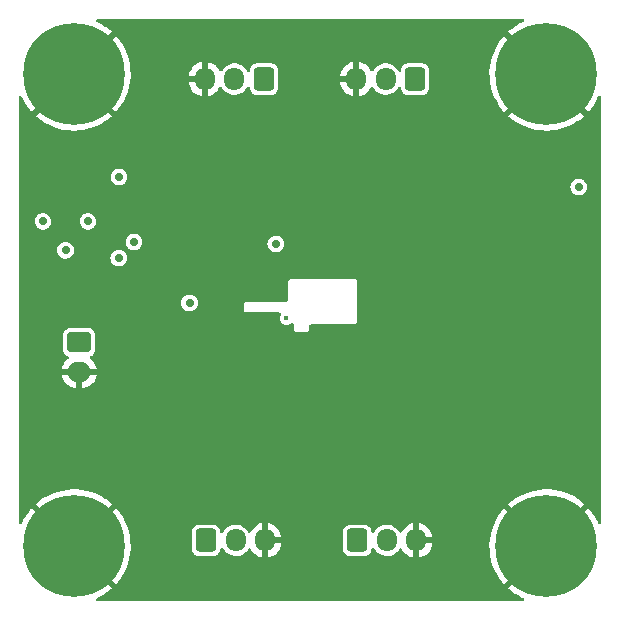
<source format=gbr>
%TF.GenerationSoftware,KiCad,Pcbnew,(6.0.7)*%
%TF.CreationDate,2023-02-10T17:06:25+01:00*%
%TF.ProjectId,STM32L0_ESP32_Breakout_Board,53544d33-324c-4305-9f45-535033325f42,rev?*%
%TF.SameCoordinates,Original*%
%TF.FileFunction,Copper,L4,Bot*%
%TF.FilePolarity,Positive*%
%FSLAX46Y46*%
G04 Gerber Fmt 4.6, Leading zero omitted, Abs format (unit mm)*
G04 Created by KiCad (PCBNEW (6.0.7)) date 2023-02-10 17:06:25*
%MOMM*%
%LPD*%
G01*
G04 APERTURE LIST*
G04 Aperture macros list*
%AMRoundRect*
0 Rectangle with rounded corners*
0 $1 Rounding radius*
0 $2 $3 $4 $5 $6 $7 $8 $9 X,Y pos of 4 corners*
0 Add a 4 corners polygon primitive as box body*
4,1,4,$2,$3,$4,$5,$6,$7,$8,$9,$2,$3,0*
0 Add four circle primitives for the rounded corners*
1,1,$1+$1,$2,$3*
1,1,$1+$1,$4,$5*
1,1,$1+$1,$6,$7*
1,1,$1+$1,$8,$9*
0 Add four rect primitives between the rounded corners*
20,1,$1+$1,$2,$3,$4,$5,0*
20,1,$1+$1,$4,$5,$6,$7,0*
20,1,$1+$1,$6,$7,$8,$9,0*
20,1,$1+$1,$8,$9,$2,$3,0*%
G04 Aperture macros list end*
%TA.AperFunction,ComponentPad*%
%ADD10C,0.900000*%
%TD*%
%TA.AperFunction,ComponentPad*%
%ADD11C,8.600000*%
%TD*%
%TA.AperFunction,ComponentPad*%
%ADD12RoundRect,0.250000X0.600000X0.725000X-0.600000X0.725000X-0.600000X-0.725000X0.600000X-0.725000X0*%
%TD*%
%TA.AperFunction,ComponentPad*%
%ADD13O,1.700000X1.950000*%
%TD*%
%TA.AperFunction,ComponentPad*%
%ADD14RoundRect,0.250000X-0.750000X0.600000X-0.750000X-0.600000X0.750000X-0.600000X0.750000X0.600000X0*%
%TD*%
%TA.AperFunction,ComponentPad*%
%ADD15O,2.000000X1.700000*%
%TD*%
%TA.AperFunction,ComponentPad*%
%ADD16RoundRect,0.250000X-0.600000X-0.725000X0.600000X-0.725000X0.600000X0.725000X-0.600000X0.725000X0*%
%TD*%
%TA.AperFunction,ViaPad*%
%ADD17C,0.450000*%
%TD*%
%TA.AperFunction,ViaPad*%
%ADD18C,0.700000*%
%TD*%
G04 APERTURE END LIST*
D10*
%TO.P,H4,1,1*%
%TO.N,GND*%
X117280419Y-116719581D03*
X115000000Y-115775000D03*
X111775000Y-119000000D03*
X112719581Y-116719581D03*
X118225000Y-119000000D03*
X115000000Y-122225000D03*
X112719581Y-121280419D03*
X117280419Y-121280419D03*
D11*
X115000000Y-119000000D03*
%TD*%
D12*
%TO.P,J3,1,Pin_1*%
%TO.N,+3.3V*%
X131100000Y-79450000D03*
D13*
%TO.P,J3,2,Pin_2*%
%TO.N,PWM*%
X128600000Y-79450000D03*
%TO.P,J3,3,Pin_3*%
%TO.N,GND*%
X126100000Y-79450000D03*
%TD*%
D12*
%TO.P,J4,1,Pin_1*%
%TO.N,+3.3V*%
X143900000Y-79450000D03*
D13*
%TO.P,J4,2,Pin_2*%
%TO.N,ADC*%
X141400000Y-79450000D03*
%TO.P,J4,3,Pin_3*%
%TO.N,GND*%
X138900000Y-79450000D03*
%TD*%
D10*
%TO.P,H1,1,1*%
%TO.N,GND*%
X118225000Y-79000000D03*
X117280419Y-76719581D03*
X115000000Y-82225000D03*
X112719581Y-81280419D03*
X115000000Y-75775000D03*
X117280419Y-81280419D03*
X112719581Y-76719581D03*
D11*
X115000000Y-79000000D03*
D10*
X111775000Y-79000000D03*
%TD*%
D11*
%TO.P,H3,1,1*%
%TO.N,GND*%
X155000000Y-119000000D03*
D10*
X155000000Y-122225000D03*
X151775000Y-119000000D03*
X152719581Y-121280419D03*
X158225000Y-119000000D03*
X155000000Y-115775000D03*
X152719581Y-116719581D03*
X157280419Y-121280419D03*
X157280419Y-116719581D03*
%TD*%
%TO.P,H2,1,1*%
%TO.N,GND*%
X152719581Y-81280419D03*
X157280419Y-76719581D03*
X158225000Y-79000000D03*
X157280419Y-81280419D03*
X152719581Y-76719581D03*
X151775000Y-79000000D03*
X155000000Y-82225000D03*
D11*
X155000000Y-79000000D03*
D10*
X155000000Y-75775000D03*
%TD*%
D14*
%TO.P,J1,1,Pin_1*%
%TO.N,VCC*%
X115450000Y-101750000D03*
D15*
%TO.P,J1,2,Pin_2*%
%TO.N,GND*%
X115450000Y-104250000D03*
%TD*%
D16*
%TO.P,J5,1,Pin_1*%
%TO.N,Prog_RX*%
X139000000Y-118500000D03*
D13*
%TO.P,J5,2,Pin_2*%
%TO.N,Prog_TX*%
X141500000Y-118500000D03*
%TO.P,J5,3,Pin_3*%
%TO.N,GND*%
X144000000Y-118500000D03*
%TD*%
D16*
%TO.P,J2,1,Pin_1*%
%TO.N,SWDIO*%
X126200000Y-118500000D03*
D13*
%TO.P,J2,2,Pin_2*%
%TO.N,SWDCLK*%
X128700000Y-118500000D03*
%TO.P,J2,3,Pin_3*%
%TO.N,GND*%
X131200000Y-118500000D03*
%TD*%
D17*
%TO.N,GND*%
X122000000Y-91000000D03*
X149500000Y-96000000D03*
X125800000Y-107600000D03*
X127400000Y-116600000D03*
X136000000Y-95000000D03*
X153500000Y-100000000D03*
X122000000Y-100000000D03*
X137000000Y-93000000D03*
X146000000Y-77000000D03*
X119000000Y-100000000D03*
D18*
X159000000Y-109400000D03*
D17*
X137000000Y-113100000D03*
X126000000Y-77000000D03*
X142000000Y-87000000D03*
X122000000Y-94000000D03*
D18*
X137960000Y-100680000D03*
D17*
X138000000Y-77000000D03*
X130200000Y-106600000D03*
D18*
X120100000Y-91700000D03*
X151800000Y-85370000D03*
D17*
X142000000Y-77000000D03*
X125000000Y-83000000D03*
X142000000Y-83000000D03*
X116000000Y-87000000D03*
X151500000Y-98000000D03*
X119000000Y-97000000D03*
D18*
X119517500Y-89035000D03*
D17*
X149000000Y-116000000D03*
X152000000Y-110000000D03*
D18*
X128600000Y-93100000D03*
D17*
X153500000Y-96000000D03*
D18*
X112200000Y-97800000D03*
D17*
X138000000Y-83000000D03*
X121000000Y-83000000D03*
X148800000Y-112700000D03*
D18*
X132200000Y-101475000D03*
D17*
X122000000Y-103000000D03*
X119000000Y-103000000D03*
D18*
X147400000Y-110900000D03*
D17*
X114000000Y-109000000D03*
D18*
X133125000Y-100575000D03*
D17*
X112000000Y-87000000D03*
D18*
X131225000Y-101475000D03*
D17*
X121000000Y-77000000D03*
D18*
X118800000Y-90500000D03*
X111300000Y-97800000D03*
D17*
X122000000Y-106000000D03*
X146000000Y-83000000D03*
X125000000Y-87000000D03*
X149500000Y-98000000D03*
D18*
X133600000Y-106500000D03*
X120517500Y-90135000D03*
D17*
X158000000Y-112000000D03*
X131800000Y-108200000D03*
X150000000Y-83000000D03*
X134000000Y-83000000D03*
D18*
X134100000Y-101475000D03*
D17*
X150000000Y-87000000D03*
X151500000Y-96000000D03*
X130000000Y-87000000D03*
X130000000Y-83000000D03*
D18*
X112000000Y-93900000D03*
D17*
X130000000Y-84900000D03*
X154600000Y-110000000D03*
X146000000Y-87000000D03*
D18*
X159000000Y-88600000D03*
D17*
X142900000Y-113100000D03*
D18*
X133125000Y-101475000D03*
D17*
X134000000Y-114900000D03*
X142900000Y-116000000D03*
X138000000Y-84900000D03*
X151500000Y-100000000D03*
X134000000Y-77000000D03*
X125900000Y-111500000D03*
X127300000Y-97300000D03*
X122000000Y-97000000D03*
X114000000Y-112000000D03*
X130000000Y-77000000D03*
X134000000Y-84900000D03*
X153500000Y-98000000D03*
X149500000Y-109800000D03*
X143300000Y-114600000D03*
D18*
X132073056Y-97325500D03*
X139700000Y-93300000D03*
D17*
X158000000Y-115000000D03*
D18*
X127800000Y-92100000D03*
D17*
X119000000Y-106000000D03*
X152000000Y-113300000D03*
X125800000Y-103000000D03*
D18*
X137400000Y-89500000D03*
D17*
X150000000Y-77000000D03*
D18*
X124800000Y-95600000D03*
D17*
X149500000Y-100000000D03*
D18*
%TO.N,+3.3V*%
X112400000Y-91500000D03*
X120100000Y-93250000D03*
X114300000Y-93950000D03*
X118800000Y-94600000D03*
X116200000Y-91500000D03*
X124800000Y-98400000D03*
X132100000Y-93400000D03*
X157750000Y-88600000D03*
D17*
X133005000Y-99700000D03*
D18*
X118817500Y-87735000D03*
%TD*%
%TA.AperFunction,Conductor*%
%TO.N,GND*%
G36*
X153094932Y-74370502D02*
G01*
X153141425Y-74424158D01*
X153151529Y-74494432D01*
X153122035Y-74559012D01*
X153079562Y-74590926D01*
X152795133Y-74722050D01*
X152790164Y-74724614D01*
X152423581Y-74934984D01*
X152418848Y-74937987D01*
X152072420Y-75180109D01*
X152067979Y-75183517D01*
X151796476Y-75411739D01*
X151788031Y-75424456D01*
X151794139Y-75434929D01*
X152193493Y-75834283D01*
X152692365Y-76333156D01*
X152719580Y-76360371D01*
X153604878Y-77245668D01*
X157280419Y-80921209D01*
X158165717Y-81806506D01*
X158562145Y-82202934D01*
X158575903Y-82210446D01*
X158585263Y-82203989D01*
X158754244Y-82011303D01*
X158757744Y-82006935D01*
X159007073Y-81665645D01*
X159010168Y-81660987D01*
X159228160Y-81298903D01*
X159230841Y-81293964D01*
X159410204Y-80925401D01*
X159457998Y-80872901D01*
X159526589Y-80854575D01*
X159594199Y-80876241D01*
X159639362Y-80931020D01*
X159649500Y-80980537D01*
X159649500Y-117028772D01*
X159629498Y-117096893D01*
X159575842Y-117143386D01*
X159505568Y-117153490D01*
X159440988Y-117123996D01*
X159407473Y-117077903D01*
X159345098Y-116930599D01*
X159342683Y-116925536D01*
X159143936Y-116552535D01*
X159141085Y-116547713D01*
X158909974Y-116193865D01*
X158906692Y-116189297D01*
X158645030Y-115857380D01*
X158641382Y-115853155D01*
X158588103Y-115796715D01*
X158574389Y-115788705D01*
X158573517Y-115788742D01*
X158565438Y-115793772D01*
X158165717Y-116193493D01*
X157280419Y-117078790D01*
X156754332Y-117604878D01*
X153604879Y-120754331D01*
X152719581Y-121639628D01*
X152193494Y-122165716D01*
X151796736Y-122562474D01*
X151789122Y-122576418D01*
X151789171Y-122577110D01*
X151794617Y-122585274D01*
X151872268Y-122657812D01*
X151876507Y-122661433D01*
X152209802Y-122921363D01*
X152214359Y-122924602D01*
X152569448Y-123153880D01*
X152574250Y-123156686D01*
X152948316Y-123353491D01*
X152953374Y-123355871D01*
X153076424Y-123407218D01*
X153131588Y-123451911D01*
X153153832Y-123519332D01*
X153136094Y-123588077D01*
X153084006Y-123636320D01*
X153027901Y-123649500D01*
X116970718Y-123649500D01*
X116902597Y-123629498D01*
X116856104Y-123575842D01*
X116846000Y-123505568D01*
X116875494Y-123440988D01*
X116920980Y-123407732D01*
X117092126Y-123334202D01*
X117097169Y-123331764D01*
X117469131Y-123131063D01*
X117473935Y-123128188D01*
X117826563Y-122895231D01*
X117831126Y-122891916D01*
X118161658Y-122628529D01*
X118165873Y-122624852D01*
X118203823Y-122588649D01*
X118211763Y-122574890D01*
X118211713Y-122573843D01*
X118206822Y-122566032D01*
X117806507Y-122165717D01*
X116921210Y-121280419D01*
X116395122Y-120754332D01*
X114641922Y-119001132D01*
X115364408Y-119001132D01*
X115364539Y-119002965D01*
X115368790Y-119009580D01*
X116754331Y-120395121D01*
X117270621Y-120911412D01*
X117280418Y-120921209D01*
X118165716Y-121806506D01*
X118562142Y-122202932D01*
X118575903Y-122210446D01*
X118585263Y-122203989D01*
X118754244Y-122011303D01*
X118757744Y-122006935D01*
X119007073Y-121665645D01*
X119010168Y-121660987D01*
X119228160Y-121298903D01*
X119230841Y-121293964D01*
X119415779Y-120913946D01*
X119418014Y-120908780D01*
X119568442Y-120513815D01*
X119570201Y-120508496D01*
X119684920Y-120101730D01*
X119686204Y-120096259D01*
X119764315Y-119680883D01*
X119765102Y-119675346D01*
X119806035Y-119254102D01*
X119806308Y-119249665D01*
X119812788Y-119002233D01*
X119812746Y-118997762D01*
X119793917Y-118574973D01*
X119793419Y-118569386D01*
X119737155Y-118150499D01*
X119736162Y-118144976D01*
X119643537Y-117735639D01*
X124999500Y-117735639D01*
X124999501Y-119264360D01*
X125000039Y-119268444D01*
X125000039Y-119268450D01*
X125013878Y-119373574D01*
X125014956Y-119381762D01*
X125075464Y-119527841D01*
X125171718Y-119653282D01*
X125297159Y-119749536D01*
X125443238Y-119810044D01*
X125451426Y-119811122D01*
X125556545Y-119824961D01*
X125560639Y-119825500D01*
X126199922Y-119825500D01*
X126839360Y-119825499D01*
X126843444Y-119824961D01*
X126843450Y-119824961D01*
X126948575Y-119811122D01*
X126948577Y-119811122D01*
X126956762Y-119810044D01*
X127102841Y-119749536D01*
X127228282Y-119653282D01*
X127324536Y-119527841D01*
X127385044Y-119381762D01*
X127400500Y-119264361D01*
X127400500Y-119244743D01*
X127420502Y-119176622D01*
X127474158Y-119130129D01*
X127544432Y-119120025D01*
X127609012Y-119149519D01*
X127639506Y-119189015D01*
X127672020Y-119254947D01*
X127675474Y-119259573D01*
X127675475Y-119259574D01*
X127774603Y-119392322D01*
X127804033Y-119431733D01*
X127859353Y-119482870D01*
X127954737Y-119571042D01*
X127966051Y-119581501D01*
X128152650Y-119699236D01*
X128357579Y-119780994D01*
X128363239Y-119782120D01*
X128363243Y-119782121D01*
X128568309Y-119822911D01*
X128568312Y-119822911D01*
X128573976Y-119824038D01*
X128579751Y-119824114D01*
X128579755Y-119824114D01*
X128690496Y-119825563D01*
X128794594Y-119826926D01*
X128806030Y-119824961D01*
X129006346Y-119790541D01*
X129006347Y-119790541D01*
X129012043Y-119789562D01*
X129219043Y-119713196D01*
X129330752Y-119646736D01*
X129403694Y-119603340D01*
X129403695Y-119603339D01*
X129408659Y-119600386D01*
X129574543Y-119454910D01*
X129711137Y-119281640D01*
X129749887Y-119207989D01*
X129799307Y-119157017D01*
X129868439Y-119140854D01*
X129935335Y-119164633D01*
X129976277Y-119214907D01*
X130006935Y-119282966D01*
X130012106Y-119292256D01*
X130134850Y-119474575D01*
X130141519Y-119482870D01*
X130293228Y-119641900D01*
X130301186Y-119648941D01*
X130477525Y-119780141D01*
X130486562Y-119785745D01*
X130682484Y-119885357D01*
X130692335Y-119889357D01*
X130902240Y-119954534D01*
X130912624Y-119956817D01*
X130928043Y-119958861D01*
X130942207Y-119956665D01*
X130946000Y-119943478D01*
X130946000Y-119941192D01*
X131454000Y-119941192D01*
X131457973Y-119954723D01*
X131468580Y-119956248D01*
X131586421Y-119931523D01*
X131596617Y-119928463D01*
X131801029Y-119847737D01*
X131810561Y-119843006D01*
X131998462Y-119728984D01*
X132007052Y-119722720D01*
X132173052Y-119578673D01*
X132180472Y-119571042D01*
X132319826Y-119401089D01*
X132325850Y-119392322D01*
X132434576Y-119201318D01*
X132439041Y-119191654D01*
X132514031Y-118985059D01*
X132516802Y-118974792D01*
X132553504Y-118771826D01*
X132552085Y-118758586D01*
X132537450Y-118754000D01*
X131472115Y-118754000D01*
X131456876Y-118758475D01*
X131455671Y-118759865D01*
X131454000Y-118767548D01*
X131454000Y-119941192D01*
X130946000Y-119941192D01*
X130946000Y-118227885D01*
X131454000Y-118227885D01*
X131458475Y-118243124D01*
X131459865Y-118244329D01*
X131467548Y-118246000D01*
X132533849Y-118246000D01*
X132548527Y-118241690D01*
X132550590Y-118229807D01*
X132543876Y-118150675D01*
X132542086Y-118140203D01*
X132486870Y-117927465D01*
X132483335Y-117917425D01*
X132401446Y-117735639D01*
X137799500Y-117735639D01*
X137799501Y-119264360D01*
X137800039Y-119268444D01*
X137800039Y-119268450D01*
X137813878Y-119373574D01*
X137814956Y-119381762D01*
X137875464Y-119527841D01*
X137971718Y-119653282D01*
X138097159Y-119749536D01*
X138243238Y-119810044D01*
X138251426Y-119811122D01*
X138356545Y-119824961D01*
X138360639Y-119825500D01*
X138999922Y-119825500D01*
X139639360Y-119825499D01*
X139643444Y-119824961D01*
X139643450Y-119824961D01*
X139748575Y-119811122D01*
X139748577Y-119811122D01*
X139756762Y-119810044D01*
X139902841Y-119749536D01*
X140028282Y-119653282D01*
X140124536Y-119527841D01*
X140185044Y-119381762D01*
X140200500Y-119264361D01*
X140200500Y-119244743D01*
X140220502Y-119176622D01*
X140274158Y-119130129D01*
X140344432Y-119120025D01*
X140409012Y-119149519D01*
X140439506Y-119189015D01*
X140472020Y-119254947D01*
X140475474Y-119259573D01*
X140475475Y-119259574D01*
X140574603Y-119392322D01*
X140604033Y-119431733D01*
X140659353Y-119482870D01*
X140754737Y-119571042D01*
X140766051Y-119581501D01*
X140952650Y-119699236D01*
X141157579Y-119780994D01*
X141163239Y-119782120D01*
X141163243Y-119782121D01*
X141368309Y-119822911D01*
X141368312Y-119822911D01*
X141373976Y-119824038D01*
X141379751Y-119824114D01*
X141379755Y-119824114D01*
X141490496Y-119825563D01*
X141594594Y-119826926D01*
X141606030Y-119824961D01*
X141806346Y-119790541D01*
X141806347Y-119790541D01*
X141812043Y-119789562D01*
X142019043Y-119713196D01*
X142130752Y-119646736D01*
X142203694Y-119603340D01*
X142203695Y-119603339D01*
X142208659Y-119600386D01*
X142374543Y-119454910D01*
X142511137Y-119281640D01*
X142549887Y-119207989D01*
X142599307Y-119157017D01*
X142668439Y-119140854D01*
X142735335Y-119164633D01*
X142776277Y-119214907D01*
X142806935Y-119282966D01*
X142812106Y-119292256D01*
X142934850Y-119474575D01*
X142941519Y-119482870D01*
X143093228Y-119641900D01*
X143101186Y-119648941D01*
X143277525Y-119780141D01*
X143286562Y-119785745D01*
X143482484Y-119885357D01*
X143492335Y-119889357D01*
X143702240Y-119954534D01*
X143712624Y-119956817D01*
X143728043Y-119958861D01*
X143742207Y-119956665D01*
X143746000Y-119943478D01*
X143746000Y-119941192D01*
X144254000Y-119941192D01*
X144257973Y-119954723D01*
X144268580Y-119956248D01*
X144386421Y-119931523D01*
X144396617Y-119928463D01*
X144601029Y-119847737D01*
X144610561Y-119843006D01*
X144798462Y-119728984D01*
X144807052Y-119722720D01*
X144973052Y-119578673D01*
X144980472Y-119571042D01*
X145119826Y-119401089D01*
X145125850Y-119392322D01*
X145234576Y-119201318D01*
X145239041Y-119191654D01*
X145314031Y-118985059D01*
X145316802Y-118974792D01*
X145334517Y-118876825D01*
X150188855Y-118876825D01*
X150196600Y-119299410D01*
X150196950Y-119304976D01*
X150242231Y-119725208D01*
X150243078Y-119730746D01*
X150325535Y-120145286D01*
X150326864Y-120150698D01*
X150445852Y-120556289D01*
X150447658Y-120561564D01*
X150602219Y-120954948D01*
X150604501Y-120960072D01*
X150793416Y-121338150D01*
X150796140Y-121343043D01*
X151017917Y-121702833D01*
X151021068Y-121707469D01*
X151273955Y-122046127D01*
X151277488Y-122050444D01*
X151413222Y-122201988D01*
X151426717Y-122210351D01*
X151436128Y-122204662D01*
X151834283Y-121806507D01*
X152719581Y-120921210D01*
X152729378Y-120911413D01*
X153245668Y-120395122D01*
X154627978Y-119012812D01*
X154635592Y-118998868D01*
X154635461Y-118997035D01*
X154631210Y-118990420D01*
X153245669Y-117604879D01*
X152360372Y-116719581D01*
X151834284Y-116193494D01*
X151435561Y-115794771D01*
X151422253Y-115787504D01*
X151412214Y-115794626D01*
X151168223Y-116087994D01*
X151164828Y-116092467D01*
X150924528Y-116440152D01*
X150921549Y-116444902D01*
X150713106Y-116812575D01*
X150710562Y-116817568D01*
X150535629Y-117202312D01*
X150533538Y-117207511D01*
X150393498Y-117606290D01*
X150391877Y-117611659D01*
X150287840Y-118021303D01*
X150286706Y-118026776D01*
X150219496Y-118444054D01*
X150218851Y-118449632D01*
X150189002Y-118871204D01*
X150188855Y-118876825D01*
X145334517Y-118876825D01*
X145353504Y-118771826D01*
X145352085Y-118758586D01*
X145337450Y-118754000D01*
X144272115Y-118754000D01*
X144256876Y-118758475D01*
X144255671Y-118759865D01*
X144254000Y-118767548D01*
X144254000Y-119941192D01*
X143746000Y-119941192D01*
X143746000Y-118227885D01*
X144254000Y-118227885D01*
X144258475Y-118243124D01*
X144259865Y-118244329D01*
X144267548Y-118246000D01*
X145333849Y-118246000D01*
X145348527Y-118241690D01*
X145350590Y-118229807D01*
X145343876Y-118150675D01*
X145342086Y-118140203D01*
X145286870Y-117927465D01*
X145283335Y-117917425D01*
X145193063Y-117717030D01*
X145187894Y-117707744D01*
X145065150Y-117525425D01*
X145058481Y-117517130D01*
X144906772Y-117358100D01*
X144898814Y-117351059D01*
X144722475Y-117219859D01*
X144713438Y-117214255D01*
X144517516Y-117114643D01*
X144507665Y-117110643D01*
X144297760Y-117045466D01*
X144287376Y-117043183D01*
X144271957Y-117041139D01*
X144257793Y-117043335D01*
X144254000Y-117056522D01*
X144254000Y-118227885D01*
X143746000Y-118227885D01*
X143746000Y-117058808D01*
X143742027Y-117045277D01*
X143731420Y-117043752D01*
X143613579Y-117068477D01*
X143603383Y-117071537D01*
X143398971Y-117152263D01*
X143389439Y-117156994D01*
X143201538Y-117271016D01*
X143192948Y-117277280D01*
X143026948Y-117421327D01*
X143019528Y-117428958D01*
X142880174Y-117598911D01*
X142874150Y-117607678D01*
X142769847Y-117790912D01*
X142718765Y-117840218D01*
X142649135Y-117854080D01*
X142583064Y-117828097D01*
X142547340Y-117784310D01*
X142530535Y-117750234D01*
X142527980Y-117745053D01*
X142518792Y-117732748D01*
X142399420Y-117572891D01*
X142399420Y-117572890D01*
X142395967Y-117568267D01*
X142284911Y-117465608D01*
X142238189Y-117422418D01*
X142238186Y-117422416D01*
X142233949Y-117418499D01*
X142047350Y-117300764D01*
X141842421Y-117219006D01*
X141836761Y-117217880D01*
X141836757Y-117217879D01*
X141631691Y-117177089D01*
X141631688Y-117177089D01*
X141626024Y-117175962D01*
X141620249Y-117175886D01*
X141620245Y-117175886D01*
X141509504Y-117174437D01*
X141405406Y-117173074D01*
X141399709Y-117174053D01*
X141399708Y-117174053D01*
X141193654Y-117209459D01*
X141193653Y-117209459D01*
X141187957Y-117210438D01*
X140980957Y-117286804D01*
X140975996Y-117289756D01*
X140975995Y-117289756D01*
X140861120Y-117358100D01*
X140791341Y-117399614D01*
X140625457Y-117545090D01*
X140488863Y-117718360D01*
X140444749Y-117802206D01*
X140438007Y-117815021D01*
X140388588Y-117865993D01*
X140319455Y-117882156D01*
X140252559Y-117858377D01*
X140209139Y-117802206D01*
X140200499Y-117756353D01*
X140200499Y-117735640D01*
X140199410Y-117727361D01*
X140186122Y-117626425D01*
X140186122Y-117626423D01*
X140185044Y-117618238D01*
X140124536Y-117472159D01*
X140028282Y-117346718D01*
X139902841Y-117250464D01*
X139756762Y-117189956D01*
X139659027Y-117177089D01*
X139643448Y-117175038D01*
X139643447Y-117175038D01*
X139639361Y-117174500D01*
X139000078Y-117174500D01*
X138360640Y-117174501D01*
X138356556Y-117175039D01*
X138356550Y-117175039D01*
X138251425Y-117188878D01*
X138251423Y-117188878D01*
X138243238Y-117189956D01*
X138097159Y-117250464D01*
X137971718Y-117346718D01*
X137875464Y-117472159D01*
X137814956Y-117618238D01*
X137799500Y-117735639D01*
X132401446Y-117735639D01*
X132393063Y-117717030D01*
X132387894Y-117707744D01*
X132265150Y-117525425D01*
X132258481Y-117517130D01*
X132106772Y-117358100D01*
X132098814Y-117351059D01*
X131922475Y-117219859D01*
X131913438Y-117214255D01*
X131717516Y-117114643D01*
X131707665Y-117110643D01*
X131497760Y-117045466D01*
X131487376Y-117043183D01*
X131471957Y-117041139D01*
X131457793Y-117043335D01*
X131454000Y-117056522D01*
X131454000Y-118227885D01*
X130946000Y-118227885D01*
X130946000Y-117058808D01*
X130942027Y-117045277D01*
X130931420Y-117043752D01*
X130813579Y-117068477D01*
X130803383Y-117071537D01*
X130598971Y-117152263D01*
X130589439Y-117156994D01*
X130401538Y-117271016D01*
X130392948Y-117277280D01*
X130226948Y-117421327D01*
X130219528Y-117428958D01*
X130080174Y-117598911D01*
X130074150Y-117607678D01*
X129969847Y-117790912D01*
X129918765Y-117840218D01*
X129849135Y-117854080D01*
X129783064Y-117828097D01*
X129747340Y-117784310D01*
X129730535Y-117750234D01*
X129727980Y-117745053D01*
X129718792Y-117732748D01*
X129599420Y-117572891D01*
X129599420Y-117572890D01*
X129595967Y-117568267D01*
X129484911Y-117465608D01*
X129438189Y-117422418D01*
X129438186Y-117422416D01*
X129433949Y-117418499D01*
X129247350Y-117300764D01*
X129042421Y-117219006D01*
X129036761Y-117217880D01*
X129036757Y-117217879D01*
X128831691Y-117177089D01*
X128831688Y-117177089D01*
X128826024Y-117175962D01*
X128820249Y-117175886D01*
X128820245Y-117175886D01*
X128709504Y-117174437D01*
X128605406Y-117173074D01*
X128599709Y-117174053D01*
X128599708Y-117174053D01*
X128393654Y-117209459D01*
X128393653Y-117209459D01*
X128387957Y-117210438D01*
X128180957Y-117286804D01*
X128175996Y-117289756D01*
X128175995Y-117289756D01*
X128061120Y-117358100D01*
X127991341Y-117399614D01*
X127825457Y-117545090D01*
X127688863Y-117718360D01*
X127644749Y-117802206D01*
X127638007Y-117815021D01*
X127588588Y-117865993D01*
X127519455Y-117882156D01*
X127452559Y-117858377D01*
X127409139Y-117802206D01*
X127400499Y-117756353D01*
X127400499Y-117735640D01*
X127399410Y-117727361D01*
X127386122Y-117626425D01*
X127386122Y-117626423D01*
X127385044Y-117618238D01*
X127324536Y-117472159D01*
X127228282Y-117346718D01*
X127102841Y-117250464D01*
X126956762Y-117189956D01*
X126859027Y-117177089D01*
X126843448Y-117175038D01*
X126843447Y-117175038D01*
X126839361Y-117174500D01*
X126200078Y-117174500D01*
X125560640Y-117174501D01*
X125556556Y-117175039D01*
X125556550Y-117175039D01*
X125451425Y-117188878D01*
X125451423Y-117188878D01*
X125443238Y-117189956D01*
X125297159Y-117250464D01*
X125171718Y-117346718D01*
X125075464Y-117472159D01*
X125014956Y-117618238D01*
X124999500Y-117735639D01*
X119643537Y-117735639D01*
X119642883Y-117732748D01*
X119641410Y-117727361D01*
X119511847Y-117325025D01*
X119509910Y-117319815D01*
X119345098Y-116930599D01*
X119342683Y-116925536D01*
X119143936Y-116552535D01*
X119141085Y-116547713D01*
X118909974Y-116193865D01*
X118906692Y-116189297D01*
X118645030Y-115857380D01*
X118641382Y-115853155D01*
X118588103Y-115796715D01*
X118574389Y-115788705D01*
X118573517Y-115788742D01*
X118565438Y-115793772D01*
X118165717Y-116193493D01*
X117280419Y-117078790D01*
X116754332Y-117604878D01*
X115372022Y-118987188D01*
X115364408Y-119001132D01*
X114641922Y-119001132D01*
X113245669Y-117604879D01*
X112360372Y-116719581D01*
X111834284Y-116193494D01*
X111435561Y-115794771D01*
X111422253Y-115787504D01*
X111412214Y-115794626D01*
X111168223Y-116087994D01*
X111164828Y-116092467D01*
X110924528Y-116440152D01*
X110921549Y-116444902D01*
X110713106Y-116812575D01*
X110710562Y-116817568D01*
X110591201Y-117080087D01*
X110544797Y-117133820D01*
X110476710Y-117153936D01*
X110408556Y-117134047D01*
X110361974Y-117080469D01*
X110350500Y-117027936D01*
X110350500Y-115424456D01*
X111788031Y-115424456D01*
X111794139Y-115434929D01*
X112193493Y-115834283D01*
X112719580Y-116360371D01*
X113604878Y-117245668D01*
X114987188Y-118627978D01*
X115001132Y-118635592D01*
X115002965Y-118635461D01*
X115009580Y-118631210D01*
X116395121Y-117245669D01*
X117280419Y-116360372D01*
X117806506Y-115834284D01*
X118202754Y-115438036D01*
X118210169Y-115424456D01*
X151788031Y-115424456D01*
X151794139Y-115434929D01*
X152193493Y-115834283D01*
X152719580Y-116360371D01*
X153604878Y-117245668D01*
X154987188Y-118627978D01*
X155001132Y-118635592D01*
X155002965Y-118635461D01*
X155009580Y-118631210D01*
X156395121Y-117245669D01*
X157280419Y-116360372D01*
X157806506Y-115834284D01*
X158202754Y-115438036D01*
X158210316Y-115424187D01*
X158203987Y-115414962D01*
X158030928Y-115261582D01*
X158026561Y-115258046D01*
X157686600Y-115006948D01*
X157681947Y-115003821D01*
X157320995Y-114783926D01*
X157316094Y-114781232D01*
X156937027Y-114594297D01*
X156931904Y-114592048D01*
X156537707Y-114439545D01*
X156532417Y-114437765D01*
X156126218Y-114320904D01*
X156120794Y-114319602D01*
X155705822Y-114239316D01*
X155700293Y-114238500D01*
X155279828Y-114195420D01*
X155274247Y-114195098D01*
X154851635Y-114189566D01*
X154846024Y-114189742D01*
X154424593Y-114221800D01*
X154419036Y-114222472D01*
X154002128Y-114291864D01*
X153996631Y-114293032D01*
X153587547Y-114399209D01*
X153582181Y-114400861D01*
X153184153Y-114542983D01*
X153178965Y-114545100D01*
X152795133Y-114722050D01*
X152790164Y-114724614D01*
X152423581Y-114934984D01*
X152418848Y-114937987D01*
X152072420Y-115180109D01*
X152067979Y-115183517D01*
X151796476Y-115411739D01*
X151788031Y-115424456D01*
X118210169Y-115424456D01*
X118210316Y-115424187D01*
X118203987Y-115414962D01*
X118030928Y-115261582D01*
X118026561Y-115258046D01*
X117686600Y-115006948D01*
X117681947Y-115003821D01*
X117320995Y-114783926D01*
X117316094Y-114781232D01*
X116937027Y-114594297D01*
X116931904Y-114592048D01*
X116537707Y-114439545D01*
X116532417Y-114437765D01*
X116126218Y-114320904D01*
X116120794Y-114319602D01*
X115705822Y-114239316D01*
X115700293Y-114238500D01*
X115279828Y-114195420D01*
X115274247Y-114195098D01*
X114851635Y-114189566D01*
X114846024Y-114189742D01*
X114424593Y-114221800D01*
X114419036Y-114222472D01*
X114002128Y-114291864D01*
X113996631Y-114293032D01*
X113587547Y-114399209D01*
X113582181Y-114400861D01*
X113184153Y-114542983D01*
X113178965Y-114545100D01*
X112795133Y-114722050D01*
X112790164Y-114724614D01*
X112423581Y-114934984D01*
X112418848Y-114937987D01*
X112072420Y-115180109D01*
X112067979Y-115183517D01*
X111796476Y-115411739D01*
X111788031Y-115424456D01*
X110350500Y-115424456D01*
X110350500Y-104518580D01*
X113968752Y-104518580D01*
X113993477Y-104636421D01*
X113996537Y-104646617D01*
X114077263Y-104851029D01*
X114081994Y-104860561D01*
X114196016Y-105048462D01*
X114202280Y-105057052D01*
X114346327Y-105223052D01*
X114353958Y-105230472D01*
X114523911Y-105369826D01*
X114532678Y-105375850D01*
X114723682Y-105484576D01*
X114733346Y-105489041D01*
X114939941Y-105564031D01*
X114950208Y-105566802D01*
X115167655Y-105606123D01*
X115175884Y-105607056D01*
X115180376Y-105607268D01*
X115193124Y-105603525D01*
X115194329Y-105602135D01*
X115196000Y-105594452D01*
X115196000Y-105585970D01*
X115704000Y-105585970D01*
X115708310Y-105600648D01*
X115720193Y-105602711D01*
X115824325Y-105593876D01*
X115834797Y-105592086D01*
X116047535Y-105536870D01*
X116057575Y-105533335D01*
X116257970Y-105443063D01*
X116267256Y-105437894D01*
X116449575Y-105315150D01*
X116457870Y-105308481D01*
X116616900Y-105156772D01*
X116623941Y-105148814D01*
X116755141Y-104972475D01*
X116760745Y-104963438D01*
X116860357Y-104767516D01*
X116864357Y-104757665D01*
X116929534Y-104547760D01*
X116931817Y-104537376D01*
X116933861Y-104521957D01*
X116931665Y-104507793D01*
X116918478Y-104504000D01*
X115722115Y-104504000D01*
X115706876Y-104508475D01*
X115705671Y-104509865D01*
X115704000Y-104517548D01*
X115704000Y-105585970D01*
X115196000Y-105585970D01*
X115196000Y-104522115D01*
X115191525Y-104506876D01*
X115190135Y-104505671D01*
X115182452Y-104504000D01*
X113983808Y-104504000D01*
X113970277Y-104507973D01*
X113968752Y-104518580D01*
X110350500Y-104518580D01*
X110350500Y-103978043D01*
X113966139Y-103978043D01*
X113968335Y-103992207D01*
X113981522Y-103996000D01*
X116916192Y-103996000D01*
X116929723Y-103992027D01*
X116931248Y-103981420D01*
X116906523Y-103863579D01*
X116903463Y-103853383D01*
X116822737Y-103648971D01*
X116818006Y-103639439D01*
X116703984Y-103451538D01*
X116697720Y-103442948D01*
X116553673Y-103276948D01*
X116546042Y-103269528D01*
X116374134Y-103128572D01*
X116334139Y-103069912D01*
X116332208Y-102998942D01*
X116368952Y-102938194D01*
X116405807Y-102914729D01*
X116426482Y-102906165D01*
X116502841Y-102874536D01*
X116628282Y-102778282D01*
X116724536Y-102652841D01*
X116785044Y-102506762D01*
X116800500Y-102389361D01*
X116800499Y-101110640D01*
X116785044Y-100993238D01*
X116724536Y-100847159D01*
X116628282Y-100721718D01*
X116599979Y-100700000D01*
X116509392Y-100630491D01*
X116502841Y-100625464D01*
X116356762Y-100564956D01*
X116348574Y-100563878D01*
X116243448Y-100550038D01*
X116243447Y-100550038D01*
X116239361Y-100549500D01*
X115450096Y-100549500D01*
X114660640Y-100549501D01*
X114656556Y-100550039D01*
X114656550Y-100550039D01*
X114551425Y-100563878D01*
X114551423Y-100563878D01*
X114543238Y-100564956D01*
X114397159Y-100625464D01*
X114390608Y-100630491D01*
X114300022Y-100700000D01*
X114271718Y-100721718D01*
X114175464Y-100847159D01*
X114114956Y-100993238D01*
X114099500Y-101110639D01*
X114099501Y-102389360D01*
X114114956Y-102506762D01*
X114175464Y-102652841D01*
X114271718Y-102778282D01*
X114397159Y-102874536D01*
X114494193Y-102914729D01*
X114498621Y-102916563D01*
X114553901Y-102961112D01*
X114576322Y-103028475D01*
X114558764Y-103097266D01*
X114520768Y-103137493D01*
X114450422Y-103184852D01*
X114442130Y-103191519D01*
X114283100Y-103343228D01*
X114276059Y-103351186D01*
X114144859Y-103527525D01*
X114139255Y-103536562D01*
X114039643Y-103732484D01*
X114035643Y-103742335D01*
X113970466Y-103952240D01*
X113968183Y-103962624D01*
X113966139Y-103978043D01*
X110350500Y-103978043D01*
X110350500Y-98392611D01*
X124094394Y-98392611D01*
X124112999Y-98561135D01*
X124171266Y-98720356D01*
X124175502Y-98726659D01*
X124175502Y-98726660D01*
X124188574Y-98746113D01*
X124265830Y-98861083D01*
X124271442Y-98866190D01*
X124271445Y-98866193D01*
X124385612Y-98970077D01*
X124385616Y-98970080D01*
X124391233Y-98975191D01*
X124397906Y-98978814D01*
X124397910Y-98978817D01*
X124533558Y-99052467D01*
X124533560Y-99052468D01*
X124540235Y-99056092D01*
X124547584Y-99058020D01*
X124696883Y-99097188D01*
X124696885Y-99097188D01*
X124704233Y-99099116D01*
X124790609Y-99100473D01*
X124866161Y-99101660D01*
X124866164Y-99101660D01*
X124873760Y-99101779D01*
X124881165Y-99100083D01*
X124881166Y-99100083D01*
X124925191Y-99090000D01*
X129400000Y-99090000D01*
X129510000Y-99190000D01*
X131849395Y-99190000D01*
X131850618Y-99190006D01*
X132412470Y-99195461D01*
X132480394Y-99216123D01*
X132526363Y-99270228D01*
X132535785Y-99340597D01*
X132511210Y-99398158D01*
X132502302Y-99409767D01*
X132444313Y-99549764D01*
X132424534Y-99700000D01*
X132444313Y-99850236D01*
X132502302Y-99990233D01*
X132594549Y-100110451D01*
X132714767Y-100202698D01*
X132854764Y-100260687D01*
X133005000Y-100280466D01*
X133013188Y-100279388D01*
X133147048Y-100261765D01*
X133155236Y-100260687D01*
X133295233Y-100202698D01*
X133415451Y-100110451D01*
X133417216Y-100112751D01*
X133467217Y-100085447D01*
X133538032Y-100090512D01*
X133594868Y-100133059D01*
X133619679Y-100199579D01*
X133620000Y-100208568D01*
X133620000Y-100740000D01*
X133790000Y-100880000D01*
X134760000Y-100880000D01*
X134890000Y-100700000D01*
X134890000Y-100399011D01*
X134910002Y-100330890D01*
X134923113Y-100313876D01*
X134962548Y-100270857D01*
X135023321Y-100234159D01*
X135055427Y-100230000D01*
X138790000Y-100230000D01*
X138796880Y-100222661D01*
X138796881Y-100222661D01*
X138927611Y-100083215D01*
X138940000Y-100070000D01*
X138940000Y-96500000D01*
X138800000Y-96400000D01*
X133290000Y-96400000D01*
X133150000Y-96580000D01*
X133150000Y-98076157D01*
X133133044Y-98139287D01*
X133083703Y-98224513D01*
X133076398Y-98237131D01*
X133024956Y-98286062D01*
X132967354Y-98300000D01*
X129500000Y-98300000D01*
X129493404Y-98307256D01*
X129422655Y-98385080D01*
X129400000Y-98410000D01*
X129400000Y-99090000D01*
X124925191Y-99090000D01*
X125004286Y-99071885D01*
X125039029Y-99063928D01*
X125190498Y-98987747D01*
X125319423Y-98877634D01*
X125418361Y-98739947D01*
X125426237Y-98720356D01*
X125478766Y-98589687D01*
X125478767Y-98589685D01*
X125481601Y-98582634D01*
X125505490Y-98414778D01*
X125505645Y-98400000D01*
X125503840Y-98385080D01*
X125494422Y-98307256D01*
X125485276Y-98231680D01*
X125425345Y-98073077D01*
X125329312Y-97933349D01*
X125317514Y-97922837D01*
X125208392Y-97825612D01*
X125208388Y-97825610D01*
X125202721Y-97820560D01*
X125052881Y-97741224D01*
X124888441Y-97699919D01*
X124880843Y-97699879D01*
X124880841Y-97699879D01*
X124803668Y-97699475D01*
X124718895Y-97699031D01*
X124711508Y-97700805D01*
X124711504Y-97700805D01*
X124568162Y-97735220D01*
X124554032Y-97738612D01*
X124547288Y-97742093D01*
X124547285Y-97742094D01*
X124542089Y-97744776D01*
X124403369Y-97816375D01*
X124275604Y-97927831D01*
X124178113Y-98066547D01*
X124116524Y-98224513D01*
X124094394Y-98392611D01*
X110350500Y-98392611D01*
X110350500Y-93942611D01*
X113594394Y-93942611D01*
X113612999Y-94111135D01*
X113671266Y-94270356D01*
X113675502Y-94276659D01*
X113675502Y-94276660D01*
X113688574Y-94296113D01*
X113765830Y-94411083D01*
X113771442Y-94416190D01*
X113771445Y-94416193D01*
X113885612Y-94520077D01*
X113885616Y-94520080D01*
X113891233Y-94525191D01*
X113897906Y-94528814D01*
X113897910Y-94528817D01*
X114033558Y-94602467D01*
X114033560Y-94602468D01*
X114040235Y-94606092D01*
X114047584Y-94608020D01*
X114196883Y-94647188D01*
X114196885Y-94647188D01*
X114204233Y-94649116D01*
X114290609Y-94650473D01*
X114366161Y-94651660D01*
X114366164Y-94651660D01*
X114373760Y-94651779D01*
X114381165Y-94650083D01*
X114381166Y-94650083D01*
X114441586Y-94636245D01*
X114539029Y-94613928D01*
X114581413Y-94592611D01*
X118094394Y-94592611D01*
X118112999Y-94761135D01*
X118171266Y-94920356D01*
X118175502Y-94926659D01*
X118175502Y-94926660D01*
X118188574Y-94946113D01*
X118265830Y-95061083D01*
X118271442Y-95066190D01*
X118271445Y-95066193D01*
X118385612Y-95170077D01*
X118385616Y-95170080D01*
X118391233Y-95175191D01*
X118397906Y-95178814D01*
X118397910Y-95178817D01*
X118533558Y-95252467D01*
X118533560Y-95252468D01*
X118540235Y-95256092D01*
X118547584Y-95258020D01*
X118696883Y-95297188D01*
X118696885Y-95297188D01*
X118704233Y-95299116D01*
X118790609Y-95300473D01*
X118866161Y-95301660D01*
X118866164Y-95301660D01*
X118873760Y-95301779D01*
X118881165Y-95300083D01*
X118881166Y-95300083D01*
X118941586Y-95286245D01*
X119039029Y-95263928D01*
X119190498Y-95187747D01*
X119319423Y-95077634D01*
X119418361Y-94939947D01*
X119426237Y-94920356D01*
X119478766Y-94789687D01*
X119478767Y-94789685D01*
X119481601Y-94782634D01*
X119500241Y-94651660D01*
X119504909Y-94618862D01*
X119504909Y-94618859D01*
X119505490Y-94614778D01*
X119505645Y-94600000D01*
X119503840Y-94585080D01*
X119498524Y-94541159D01*
X119485276Y-94431680D01*
X119425345Y-94273077D01*
X119329312Y-94133349D01*
X119317514Y-94122837D01*
X119208392Y-94025612D01*
X119208388Y-94025610D01*
X119202721Y-94020560D01*
X119052881Y-93941224D01*
X118888441Y-93899919D01*
X118880843Y-93899879D01*
X118880841Y-93899879D01*
X118803668Y-93899475D01*
X118718895Y-93899031D01*
X118711508Y-93900805D01*
X118711504Y-93900805D01*
X118568162Y-93935220D01*
X118554032Y-93938612D01*
X118547288Y-93942093D01*
X118547285Y-93942094D01*
X118452224Y-93991159D01*
X118403369Y-94016375D01*
X118275604Y-94127831D01*
X118178113Y-94266547D01*
X118116524Y-94424513D01*
X118115532Y-94432046D01*
X118115532Y-94432047D01*
X118101168Y-94541159D01*
X118094394Y-94592611D01*
X114581413Y-94592611D01*
X114690498Y-94537747D01*
X114819423Y-94427634D01*
X114918361Y-94289947D01*
X114926237Y-94270356D01*
X114978766Y-94139687D01*
X114978767Y-94139685D01*
X114981601Y-94132634D01*
X114998147Y-94016375D01*
X115004909Y-93968862D01*
X115004909Y-93968859D01*
X115005490Y-93964778D01*
X115005645Y-93950000D01*
X115003840Y-93935080D01*
X114999893Y-93902467D01*
X114985276Y-93781680D01*
X114925345Y-93623077D01*
X114829312Y-93483349D01*
X114817514Y-93472837D01*
X114708392Y-93375612D01*
X114708388Y-93375610D01*
X114702721Y-93370560D01*
X114552881Y-93291224D01*
X114388441Y-93249919D01*
X114380843Y-93249879D01*
X114380841Y-93249879D01*
X114303668Y-93249475D01*
X114218895Y-93249031D01*
X114211508Y-93250805D01*
X114211504Y-93250805D01*
X114068162Y-93285220D01*
X114054032Y-93288612D01*
X114047288Y-93292093D01*
X114047285Y-93292094D01*
X114042089Y-93294776D01*
X113903369Y-93366375D01*
X113775604Y-93477831D01*
X113771237Y-93484045D01*
X113696808Y-93589947D01*
X113678113Y-93616547D01*
X113616524Y-93774513D01*
X113615532Y-93782046D01*
X113615532Y-93782047D01*
X113598948Y-93908020D01*
X113594394Y-93942611D01*
X110350500Y-93942611D01*
X110350500Y-93242611D01*
X119394394Y-93242611D01*
X119412999Y-93411135D01*
X119441716Y-93489608D01*
X119467892Y-93561135D01*
X119471266Y-93570356D01*
X119475502Y-93576659D01*
X119475502Y-93576660D01*
X119488574Y-93596113D01*
X119565830Y-93711083D01*
X119571442Y-93716190D01*
X119571445Y-93716193D01*
X119685612Y-93820077D01*
X119685616Y-93820080D01*
X119691233Y-93825191D01*
X119697906Y-93828814D01*
X119697910Y-93828817D01*
X119833558Y-93902467D01*
X119833560Y-93902468D01*
X119840235Y-93906092D01*
X119847584Y-93908020D01*
X119996883Y-93947188D01*
X119996885Y-93947188D01*
X120004233Y-93949116D01*
X120090609Y-93950473D01*
X120166161Y-93951660D01*
X120166164Y-93951660D01*
X120173760Y-93951779D01*
X120181165Y-93950083D01*
X120181166Y-93950083D01*
X120246673Y-93935080D01*
X120339029Y-93913928D01*
X120490498Y-93837747D01*
X120597787Y-93746113D01*
X120613651Y-93732564D01*
X120613652Y-93732563D01*
X120619423Y-93727634D01*
X120718361Y-93589947D01*
X120727077Y-93568266D01*
X120778766Y-93439687D01*
X120778767Y-93439685D01*
X120781601Y-93432634D01*
X120787297Y-93392611D01*
X131394394Y-93392611D01*
X131412999Y-93561135D01*
X131420867Y-93582634D01*
X131467873Y-93711083D01*
X131471266Y-93720356D01*
X131475502Y-93726659D01*
X131475502Y-93726660D01*
X131488574Y-93746113D01*
X131565830Y-93861083D01*
X131571442Y-93866190D01*
X131571445Y-93866193D01*
X131685612Y-93970077D01*
X131685616Y-93970080D01*
X131691233Y-93975191D01*
X131697906Y-93978814D01*
X131697910Y-93978817D01*
X131833558Y-94052467D01*
X131833560Y-94052468D01*
X131840235Y-94056092D01*
X131847584Y-94058020D01*
X131996883Y-94097188D01*
X131996885Y-94097188D01*
X132004233Y-94099116D01*
X132090609Y-94100473D01*
X132166161Y-94101660D01*
X132166164Y-94101660D01*
X132173760Y-94101779D01*
X132181165Y-94100083D01*
X132181166Y-94100083D01*
X132241586Y-94086245D01*
X132339029Y-94063928D01*
X132490498Y-93987747D01*
X132586103Y-93906092D01*
X132613651Y-93882564D01*
X132613652Y-93882563D01*
X132619423Y-93877634D01*
X132718361Y-93739947D01*
X132727910Y-93716193D01*
X132778766Y-93589687D01*
X132778767Y-93589685D01*
X132781601Y-93582634D01*
X132796450Y-93478296D01*
X132804909Y-93418862D01*
X132804909Y-93418859D01*
X132805490Y-93414778D01*
X132805645Y-93400000D01*
X132803840Y-93385080D01*
X132792587Y-93292094D01*
X132785276Y-93231680D01*
X132725345Y-93073077D01*
X132629312Y-92933349D01*
X132623119Y-92927831D01*
X132508392Y-92825612D01*
X132508388Y-92825610D01*
X132502721Y-92820560D01*
X132352881Y-92741224D01*
X132188441Y-92699919D01*
X132180843Y-92699879D01*
X132180841Y-92699879D01*
X132103668Y-92699475D01*
X132018895Y-92699031D01*
X132011508Y-92700805D01*
X132011504Y-92700805D01*
X131868162Y-92735220D01*
X131854032Y-92738612D01*
X131847288Y-92742093D01*
X131847285Y-92742094D01*
X131766007Y-92784045D01*
X131703369Y-92816375D01*
X131575604Y-92927831D01*
X131478113Y-93066547D01*
X131416524Y-93224513D01*
X131415532Y-93232046D01*
X131415532Y-93232047D01*
X131396632Y-93375612D01*
X131394394Y-93392611D01*
X120787297Y-93392611D01*
X120801221Y-93294776D01*
X120804909Y-93268862D01*
X120804909Y-93268859D01*
X120805490Y-93264778D01*
X120805645Y-93250000D01*
X120804341Y-93239220D01*
X120786188Y-93089220D01*
X120785276Y-93081680D01*
X120725345Y-92923077D01*
X120652445Y-92817007D01*
X120633614Y-92789608D01*
X120633613Y-92789607D01*
X120629312Y-92783349D01*
X120583009Y-92742094D01*
X120508392Y-92675612D01*
X120508388Y-92675610D01*
X120502721Y-92670560D01*
X120352881Y-92591224D01*
X120188441Y-92549919D01*
X120180843Y-92549879D01*
X120180841Y-92549879D01*
X120103668Y-92549475D01*
X120018895Y-92549031D01*
X120011508Y-92550805D01*
X120011504Y-92550805D01*
X119868162Y-92585220D01*
X119854032Y-92588612D01*
X119847288Y-92592093D01*
X119847285Y-92592094D01*
X119842089Y-92594776D01*
X119703369Y-92666375D01*
X119697647Y-92671367D01*
X119697645Y-92671368D01*
X119663901Y-92700805D01*
X119575604Y-92777831D01*
X119478113Y-92916547D01*
X119416524Y-93074513D01*
X119415532Y-93082046D01*
X119415532Y-93082047D01*
X119395785Y-93232047D01*
X119394394Y-93242611D01*
X110350500Y-93242611D01*
X110350500Y-91492611D01*
X111694394Y-91492611D01*
X111712999Y-91661135D01*
X111771266Y-91820356D01*
X111775502Y-91826659D01*
X111775502Y-91826660D01*
X111788574Y-91846113D01*
X111865830Y-91961083D01*
X111871442Y-91966190D01*
X111871445Y-91966193D01*
X111985612Y-92070077D01*
X111985616Y-92070080D01*
X111991233Y-92075191D01*
X111997906Y-92078814D01*
X111997910Y-92078817D01*
X112133558Y-92152467D01*
X112133560Y-92152468D01*
X112140235Y-92156092D01*
X112147584Y-92158020D01*
X112296883Y-92197188D01*
X112296885Y-92197188D01*
X112304233Y-92199116D01*
X112390609Y-92200473D01*
X112466161Y-92201660D01*
X112466164Y-92201660D01*
X112473760Y-92201779D01*
X112481165Y-92200083D01*
X112481166Y-92200083D01*
X112541586Y-92186245D01*
X112639029Y-92163928D01*
X112790498Y-92087747D01*
X112919423Y-91977634D01*
X113018361Y-91839947D01*
X113026237Y-91820356D01*
X113078766Y-91689687D01*
X113078767Y-91689685D01*
X113081601Y-91682634D01*
X113105490Y-91514778D01*
X113105645Y-91500000D01*
X113104751Y-91492611D01*
X115494394Y-91492611D01*
X115512999Y-91661135D01*
X115571266Y-91820356D01*
X115575502Y-91826659D01*
X115575502Y-91826660D01*
X115588574Y-91846113D01*
X115665830Y-91961083D01*
X115671442Y-91966190D01*
X115671445Y-91966193D01*
X115785612Y-92070077D01*
X115785616Y-92070080D01*
X115791233Y-92075191D01*
X115797906Y-92078814D01*
X115797910Y-92078817D01*
X115933558Y-92152467D01*
X115933560Y-92152468D01*
X115940235Y-92156092D01*
X115947584Y-92158020D01*
X116096883Y-92197188D01*
X116096885Y-92197188D01*
X116104233Y-92199116D01*
X116190609Y-92200473D01*
X116266161Y-92201660D01*
X116266164Y-92201660D01*
X116273760Y-92201779D01*
X116281165Y-92200083D01*
X116281166Y-92200083D01*
X116341586Y-92186245D01*
X116439029Y-92163928D01*
X116590498Y-92087747D01*
X116719423Y-91977634D01*
X116818361Y-91839947D01*
X116826237Y-91820356D01*
X116878766Y-91689687D01*
X116878767Y-91689685D01*
X116881601Y-91682634D01*
X116905490Y-91514778D01*
X116905645Y-91500000D01*
X116903840Y-91485080D01*
X116886188Y-91339220D01*
X116885276Y-91331680D01*
X116825345Y-91173077D01*
X116729312Y-91033349D01*
X116717514Y-91022837D01*
X116608392Y-90925612D01*
X116608388Y-90925610D01*
X116602721Y-90920560D01*
X116452881Y-90841224D01*
X116288441Y-90799919D01*
X116280843Y-90799879D01*
X116280841Y-90799879D01*
X116203668Y-90799475D01*
X116118895Y-90799031D01*
X116111508Y-90800805D01*
X116111504Y-90800805D01*
X115968162Y-90835220D01*
X115954032Y-90838612D01*
X115947288Y-90842093D01*
X115947285Y-90842094D01*
X115942089Y-90844776D01*
X115803369Y-90916375D01*
X115675604Y-91027831D01*
X115578113Y-91166547D01*
X115516524Y-91324513D01*
X115494394Y-91492611D01*
X113104751Y-91492611D01*
X113103840Y-91485080D01*
X113086188Y-91339220D01*
X113085276Y-91331680D01*
X113025345Y-91173077D01*
X112929312Y-91033349D01*
X112917514Y-91022837D01*
X112808392Y-90925612D01*
X112808388Y-90925610D01*
X112802721Y-90920560D01*
X112652881Y-90841224D01*
X112488441Y-90799919D01*
X112480843Y-90799879D01*
X112480841Y-90799879D01*
X112403668Y-90799475D01*
X112318895Y-90799031D01*
X112311508Y-90800805D01*
X112311504Y-90800805D01*
X112168162Y-90835220D01*
X112154032Y-90838612D01*
X112147288Y-90842093D01*
X112147285Y-90842094D01*
X112142089Y-90844776D01*
X112003369Y-90916375D01*
X111875604Y-91027831D01*
X111778113Y-91166547D01*
X111716524Y-91324513D01*
X111694394Y-91492611D01*
X110350500Y-91492611D01*
X110350500Y-88592611D01*
X157044394Y-88592611D01*
X157062999Y-88761135D01*
X157121266Y-88920356D01*
X157125502Y-88926659D01*
X157125502Y-88926660D01*
X157138574Y-88946113D01*
X157215830Y-89061083D01*
X157221442Y-89066190D01*
X157221445Y-89066193D01*
X157335612Y-89170077D01*
X157335616Y-89170080D01*
X157341233Y-89175191D01*
X157347906Y-89178814D01*
X157347910Y-89178817D01*
X157483558Y-89252467D01*
X157483560Y-89252468D01*
X157490235Y-89256092D01*
X157497584Y-89258020D01*
X157646883Y-89297188D01*
X157646885Y-89297188D01*
X157654233Y-89299116D01*
X157740609Y-89300473D01*
X157816161Y-89301660D01*
X157816164Y-89301660D01*
X157823760Y-89301779D01*
X157831165Y-89300083D01*
X157831166Y-89300083D01*
X157891586Y-89286245D01*
X157989029Y-89263928D01*
X158140498Y-89187747D01*
X158269423Y-89077634D01*
X158368361Y-88939947D01*
X158376237Y-88920356D01*
X158428766Y-88789687D01*
X158428767Y-88789685D01*
X158431601Y-88782634D01*
X158455490Y-88614778D01*
X158455645Y-88600000D01*
X158453840Y-88585080D01*
X158436188Y-88439220D01*
X158435276Y-88431680D01*
X158375345Y-88273077D01*
X158337192Y-88217564D01*
X158283614Y-88139608D01*
X158283613Y-88139607D01*
X158279312Y-88133349D01*
X158220684Y-88081113D01*
X158158392Y-88025612D01*
X158158388Y-88025610D01*
X158152721Y-88020560D01*
X158002881Y-87941224D01*
X157838441Y-87899919D01*
X157830843Y-87899879D01*
X157830841Y-87899879D01*
X157753668Y-87899475D01*
X157668895Y-87899031D01*
X157661508Y-87900805D01*
X157661504Y-87900805D01*
X157562032Y-87924687D01*
X157504032Y-87938612D01*
X157497288Y-87942093D01*
X157497285Y-87942094D01*
X157492089Y-87944776D01*
X157353369Y-88016375D01*
X157347647Y-88021367D01*
X157347645Y-88021368D01*
X157286226Y-88074947D01*
X157225604Y-88127831D01*
X157221237Y-88134045D01*
X157166004Y-88212634D01*
X157128113Y-88266547D01*
X157066524Y-88424513D01*
X157065532Y-88432046D01*
X157065532Y-88432047D01*
X157065514Y-88432188D01*
X157044394Y-88592611D01*
X110350500Y-88592611D01*
X110350500Y-87727611D01*
X118111894Y-87727611D01*
X118130499Y-87896135D01*
X118188766Y-88055356D01*
X118193002Y-88061659D01*
X118193002Y-88061660D01*
X118206074Y-88081113D01*
X118283330Y-88196083D01*
X118288942Y-88201190D01*
X118288945Y-88201193D01*
X118403112Y-88305077D01*
X118403116Y-88305080D01*
X118408733Y-88310191D01*
X118415406Y-88313814D01*
X118415410Y-88313817D01*
X118551058Y-88387467D01*
X118551060Y-88387468D01*
X118557735Y-88391092D01*
X118565084Y-88393020D01*
X118714383Y-88432188D01*
X118714385Y-88432188D01*
X118721733Y-88434116D01*
X118808109Y-88435473D01*
X118883661Y-88436660D01*
X118883664Y-88436660D01*
X118891260Y-88436779D01*
X118898665Y-88435083D01*
X118898666Y-88435083D01*
X118975726Y-88417434D01*
X119056529Y-88398928D01*
X119207998Y-88322747D01*
X119336923Y-88212634D01*
X119435861Y-88074947D01*
X119443737Y-88055356D01*
X119496266Y-87924687D01*
X119496267Y-87924685D01*
X119499101Y-87917634D01*
X119522990Y-87749778D01*
X119523145Y-87735000D01*
X119521340Y-87720080D01*
X119503688Y-87574220D01*
X119502776Y-87566680D01*
X119442845Y-87408077D01*
X119346812Y-87268349D01*
X119335014Y-87257837D01*
X119225892Y-87160612D01*
X119225888Y-87160610D01*
X119220221Y-87155560D01*
X119070381Y-87076224D01*
X118905941Y-87034919D01*
X118898343Y-87034879D01*
X118898341Y-87034879D01*
X118821168Y-87034475D01*
X118736395Y-87034031D01*
X118729008Y-87035805D01*
X118729004Y-87035805D01*
X118585662Y-87070220D01*
X118571532Y-87073612D01*
X118564788Y-87077093D01*
X118564785Y-87077094D01*
X118559589Y-87079776D01*
X118420869Y-87151375D01*
X118293104Y-87262831D01*
X118195613Y-87401547D01*
X118134024Y-87559513D01*
X118111894Y-87727611D01*
X110350500Y-87727611D01*
X110350500Y-82576418D01*
X111789122Y-82576418D01*
X111789171Y-82577110D01*
X111794617Y-82585274D01*
X111872268Y-82657812D01*
X111876507Y-82661433D01*
X112209802Y-82921363D01*
X112214359Y-82924602D01*
X112569448Y-83153880D01*
X112574250Y-83156686D01*
X112948316Y-83353491D01*
X112953374Y-83355871D01*
X113343435Y-83518638D01*
X113348690Y-83520561D01*
X113751676Y-83648008D01*
X113757075Y-83649455D01*
X114169796Y-83740575D01*
X114175307Y-83741537D01*
X114594501Y-83795610D01*
X114600064Y-83796077D01*
X115022405Y-83812670D01*
X115027997Y-83812641D01*
X115450125Y-83791626D01*
X115455708Y-83791098D01*
X115874305Y-83732640D01*
X115879792Y-83731623D01*
X116291543Y-83636185D01*
X116296929Y-83634681D01*
X116698567Y-83503018D01*
X116703784Y-83501046D01*
X117092126Y-83334202D01*
X117097169Y-83331764D01*
X117469131Y-83131063D01*
X117473935Y-83128188D01*
X117826563Y-82895231D01*
X117831126Y-82891916D01*
X118161658Y-82628529D01*
X118165873Y-82624852D01*
X118203823Y-82588649D01*
X118210881Y-82576418D01*
X151789122Y-82576418D01*
X151789171Y-82577110D01*
X151794617Y-82585274D01*
X151872268Y-82657812D01*
X151876507Y-82661433D01*
X152209802Y-82921363D01*
X152214359Y-82924602D01*
X152569448Y-83153880D01*
X152574250Y-83156686D01*
X152948316Y-83353491D01*
X152953374Y-83355871D01*
X153343435Y-83518638D01*
X153348690Y-83520561D01*
X153751676Y-83648008D01*
X153757075Y-83649455D01*
X154169796Y-83740575D01*
X154175307Y-83741537D01*
X154594501Y-83795610D01*
X154600064Y-83796077D01*
X155022405Y-83812670D01*
X155027997Y-83812641D01*
X155450125Y-83791626D01*
X155455708Y-83791098D01*
X155874305Y-83732640D01*
X155879792Y-83731623D01*
X156291543Y-83636185D01*
X156296929Y-83634681D01*
X156698567Y-83503018D01*
X156703784Y-83501046D01*
X157092126Y-83334202D01*
X157097169Y-83331764D01*
X157469131Y-83131063D01*
X157473935Y-83128188D01*
X157826563Y-82895231D01*
X157831126Y-82891916D01*
X158161658Y-82628529D01*
X158165873Y-82624852D01*
X158203823Y-82588649D01*
X158211763Y-82574890D01*
X158211713Y-82573843D01*
X158206822Y-82566032D01*
X157806507Y-82165717D01*
X156921210Y-81280419D01*
X156395122Y-80754332D01*
X155012812Y-79372022D01*
X154998868Y-79364408D01*
X154997035Y-79364539D01*
X154990420Y-79368790D01*
X153604879Y-80754331D01*
X152719581Y-81639628D01*
X152193494Y-82165716D01*
X151796736Y-82562474D01*
X151789122Y-82576418D01*
X118210881Y-82576418D01*
X118211763Y-82574890D01*
X118211713Y-82573843D01*
X118206822Y-82566032D01*
X117806507Y-82165717D01*
X116921210Y-81280419D01*
X116395122Y-80754332D01*
X115012812Y-79372022D01*
X114998868Y-79364408D01*
X114997035Y-79364539D01*
X114990420Y-79368790D01*
X113604879Y-80754331D01*
X112719581Y-81639628D01*
X112193494Y-82165716D01*
X111796736Y-82562474D01*
X111789122Y-82576418D01*
X110350500Y-82576418D01*
X110350500Y-80979528D01*
X110370502Y-80911407D01*
X110424158Y-80864914D01*
X110494432Y-80854810D01*
X110559012Y-80884304D01*
X110593773Y-80933451D01*
X110602219Y-80954948D01*
X110604501Y-80960072D01*
X110793416Y-81338150D01*
X110796140Y-81343043D01*
X111017917Y-81702833D01*
X111021068Y-81707469D01*
X111273955Y-82046127D01*
X111277488Y-82050444D01*
X111413222Y-82201988D01*
X111426717Y-82210351D01*
X111436128Y-82204662D01*
X111834283Y-81806507D01*
X112719581Y-80921210D01*
X112803015Y-80837776D01*
X113245668Y-80395122D01*
X114639658Y-79001132D01*
X115364408Y-79001132D01*
X115364539Y-79002965D01*
X115368790Y-79009580D01*
X116754331Y-80395121D01*
X117196984Y-80837775D01*
X117280418Y-80921209D01*
X118165716Y-81806506D01*
X118562142Y-82202932D01*
X118575903Y-82210446D01*
X118585263Y-82203989D01*
X118754244Y-82011303D01*
X118757744Y-82006935D01*
X119007073Y-81665645D01*
X119010168Y-81660987D01*
X119228160Y-81298903D01*
X119230841Y-81293964D01*
X119415779Y-80913946D01*
X119418014Y-80908780D01*
X119568442Y-80513815D01*
X119570201Y-80508496D01*
X119684920Y-80101730D01*
X119686204Y-80096259D01*
X119756923Y-79720193D01*
X124749410Y-79720193D01*
X124756124Y-79799325D01*
X124757914Y-79809797D01*
X124813130Y-80022535D01*
X124816665Y-80032575D01*
X124906937Y-80232970D01*
X124912106Y-80242256D01*
X125034850Y-80424575D01*
X125041519Y-80432870D01*
X125193228Y-80591900D01*
X125201186Y-80598941D01*
X125377525Y-80730141D01*
X125386562Y-80735745D01*
X125582484Y-80835357D01*
X125592335Y-80839357D01*
X125802240Y-80904534D01*
X125812624Y-80906817D01*
X125828043Y-80908861D01*
X125842207Y-80906665D01*
X125846000Y-80893478D01*
X125846000Y-80891192D01*
X126354000Y-80891192D01*
X126357973Y-80904723D01*
X126368580Y-80906248D01*
X126486421Y-80881523D01*
X126496617Y-80878463D01*
X126701029Y-80797737D01*
X126710561Y-80793006D01*
X126898462Y-80678984D01*
X126907052Y-80672720D01*
X127073052Y-80528673D01*
X127080472Y-80521042D01*
X127219826Y-80351089D01*
X127225850Y-80342322D01*
X127330153Y-80159088D01*
X127381235Y-80109782D01*
X127450865Y-80095920D01*
X127516936Y-80121903D01*
X127552660Y-80165690D01*
X127566447Y-80193647D01*
X127572020Y-80204947D01*
X127575474Y-80209573D01*
X127575475Y-80209574D01*
X127674603Y-80342322D01*
X127704033Y-80381733D01*
X127759353Y-80432870D01*
X127854737Y-80521042D01*
X127866051Y-80531501D01*
X128052650Y-80649236D01*
X128257579Y-80730994D01*
X128263239Y-80732120D01*
X128263243Y-80732121D01*
X128468309Y-80772911D01*
X128468312Y-80772911D01*
X128473976Y-80774038D01*
X128479751Y-80774114D01*
X128479755Y-80774114D01*
X128590496Y-80775563D01*
X128694594Y-80776926D01*
X128706030Y-80774961D01*
X128906346Y-80740541D01*
X128906347Y-80740541D01*
X128912043Y-80739562D01*
X129119043Y-80663196D01*
X129230752Y-80596736D01*
X129303694Y-80553340D01*
X129303695Y-80553339D01*
X129308659Y-80550386D01*
X129474543Y-80404910D01*
X129611137Y-80231640D01*
X129661993Y-80134979D01*
X129711412Y-80084007D01*
X129780545Y-80067844D01*
X129847441Y-80091623D01*
X129890861Y-80147794D01*
X129899501Y-80193647D01*
X129899501Y-80214360D01*
X129900039Y-80218444D01*
X129900039Y-80218450D01*
X129902373Y-80236176D01*
X129914956Y-80331762D01*
X129975464Y-80477841D01*
X130071718Y-80603282D01*
X130197159Y-80699536D01*
X130343238Y-80760044D01*
X130351426Y-80761122D01*
X130456545Y-80774961D01*
X130460639Y-80775500D01*
X131099922Y-80775500D01*
X131739360Y-80775499D01*
X131743444Y-80774961D01*
X131743450Y-80774961D01*
X131848575Y-80761122D01*
X131848577Y-80761122D01*
X131856762Y-80760044D01*
X132002841Y-80699536D01*
X132128282Y-80603282D01*
X132224536Y-80477841D01*
X132285044Y-80331762D01*
X132300500Y-80214361D01*
X132300500Y-79720193D01*
X137549410Y-79720193D01*
X137556124Y-79799325D01*
X137557914Y-79809797D01*
X137613130Y-80022535D01*
X137616665Y-80032575D01*
X137706937Y-80232970D01*
X137712106Y-80242256D01*
X137834850Y-80424575D01*
X137841519Y-80432870D01*
X137993228Y-80591900D01*
X138001186Y-80598941D01*
X138177525Y-80730141D01*
X138186562Y-80735745D01*
X138382484Y-80835357D01*
X138392335Y-80839357D01*
X138602240Y-80904534D01*
X138612624Y-80906817D01*
X138628043Y-80908861D01*
X138642207Y-80906665D01*
X138646000Y-80893478D01*
X138646000Y-80891192D01*
X139154000Y-80891192D01*
X139157973Y-80904723D01*
X139168580Y-80906248D01*
X139286421Y-80881523D01*
X139296617Y-80878463D01*
X139501029Y-80797737D01*
X139510561Y-80793006D01*
X139698462Y-80678984D01*
X139707052Y-80672720D01*
X139873052Y-80528673D01*
X139880472Y-80521042D01*
X140019826Y-80351089D01*
X140025850Y-80342322D01*
X140130153Y-80159088D01*
X140181235Y-80109782D01*
X140250865Y-80095920D01*
X140316936Y-80121903D01*
X140352660Y-80165690D01*
X140366447Y-80193647D01*
X140372020Y-80204947D01*
X140375474Y-80209573D01*
X140375475Y-80209574D01*
X140474603Y-80342322D01*
X140504033Y-80381733D01*
X140559353Y-80432870D01*
X140654737Y-80521042D01*
X140666051Y-80531501D01*
X140852650Y-80649236D01*
X141057579Y-80730994D01*
X141063239Y-80732120D01*
X141063243Y-80732121D01*
X141268309Y-80772911D01*
X141268312Y-80772911D01*
X141273976Y-80774038D01*
X141279751Y-80774114D01*
X141279755Y-80774114D01*
X141390496Y-80775563D01*
X141494594Y-80776926D01*
X141506030Y-80774961D01*
X141706346Y-80740541D01*
X141706347Y-80740541D01*
X141712043Y-80739562D01*
X141919043Y-80663196D01*
X142030752Y-80596736D01*
X142103694Y-80553340D01*
X142103695Y-80553339D01*
X142108659Y-80550386D01*
X142274543Y-80404910D01*
X142411137Y-80231640D01*
X142461993Y-80134979D01*
X142511412Y-80084007D01*
X142580545Y-80067844D01*
X142647441Y-80091623D01*
X142690861Y-80147794D01*
X142699501Y-80193647D01*
X142699501Y-80214360D01*
X142700039Y-80218444D01*
X142700039Y-80218450D01*
X142702373Y-80236176D01*
X142714956Y-80331762D01*
X142775464Y-80477841D01*
X142871718Y-80603282D01*
X142997159Y-80699536D01*
X143143238Y-80760044D01*
X143151426Y-80761122D01*
X143256545Y-80774961D01*
X143260639Y-80775500D01*
X143899922Y-80775500D01*
X144539360Y-80775499D01*
X144543444Y-80774961D01*
X144543450Y-80774961D01*
X144648575Y-80761122D01*
X144648577Y-80761122D01*
X144656762Y-80760044D01*
X144802841Y-80699536D01*
X144928282Y-80603282D01*
X145024536Y-80477841D01*
X145085044Y-80331762D01*
X145100500Y-80214361D01*
X145100499Y-78876825D01*
X150188855Y-78876825D01*
X150196600Y-79299410D01*
X150196950Y-79304976D01*
X150242231Y-79725208D01*
X150243078Y-79730746D01*
X150325535Y-80145286D01*
X150326864Y-80150698D01*
X150445852Y-80556289D01*
X150447658Y-80561564D01*
X150602219Y-80954948D01*
X150604501Y-80960072D01*
X150793416Y-81338150D01*
X150796140Y-81343043D01*
X151017917Y-81702833D01*
X151021068Y-81707469D01*
X151273955Y-82046127D01*
X151277488Y-82050444D01*
X151413222Y-82201988D01*
X151426717Y-82210351D01*
X151436128Y-82204662D01*
X151834283Y-81806507D01*
X152719581Y-80921210D01*
X152803015Y-80837776D01*
X153245668Y-80395122D01*
X154627978Y-79012812D01*
X154635592Y-78998868D01*
X154635461Y-78997035D01*
X154631210Y-78990420D01*
X153245669Y-77604879D01*
X152360372Y-76719581D01*
X151834284Y-76193494D01*
X151435561Y-75794771D01*
X151422253Y-75787504D01*
X151412214Y-75794626D01*
X151168223Y-76087994D01*
X151164828Y-76092467D01*
X150924528Y-76440152D01*
X150921549Y-76444902D01*
X150713106Y-76812575D01*
X150710562Y-76817568D01*
X150535629Y-77202312D01*
X150533538Y-77207511D01*
X150393498Y-77606290D01*
X150391877Y-77611659D01*
X150287840Y-78021303D01*
X150286706Y-78026776D01*
X150219496Y-78444054D01*
X150218851Y-78449632D01*
X150189002Y-78871204D01*
X150188855Y-78876825D01*
X145100499Y-78876825D01*
X145100499Y-78685640D01*
X145098225Y-78668360D01*
X145086122Y-78576425D01*
X145086122Y-78576423D01*
X145085044Y-78568238D01*
X145024536Y-78422159D01*
X144928282Y-78296718D01*
X144802841Y-78200464D01*
X144656762Y-78139956D01*
X144559027Y-78127089D01*
X144543448Y-78125038D01*
X144543447Y-78125038D01*
X144539361Y-78124500D01*
X143900078Y-78124500D01*
X143260640Y-78124501D01*
X143256556Y-78125039D01*
X143256550Y-78125039D01*
X143151425Y-78138878D01*
X143151423Y-78138878D01*
X143143238Y-78139956D01*
X142997159Y-78200464D01*
X142871718Y-78296718D01*
X142775464Y-78422159D01*
X142714956Y-78568238D01*
X142699500Y-78685639D01*
X142699500Y-78705257D01*
X142679498Y-78773378D01*
X142625842Y-78819871D01*
X142555568Y-78829975D01*
X142490988Y-78800481D01*
X142460494Y-78760985D01*
X142430535Y-78700234D01*
X142427980Y-78695053D01*
X142327586Y-78560609D01*
X142299420Y-78522891D01*
X142299420Y-78522890D01*
X142295967Y-78518267D01*
X142184911Y-78415608D01*
X142138189Y-78372418D01*
X142138186Y-78372416D01*
X142133949Y-78368499D01*
X141947350Y-78250764D01*
X141742421Y-78169006D01*
X141736761Y-78167880D01*
X141736757Y-78167879D01*
X141531691Y-78127089D01*
X141531688Y-78127089D01*
X141526024Y-78125962D01*
X141520249Y-78125886D01*
X141520245Y-78125886D01*
X141409504Y-78124437D01*
X141305406Y-78123074D01*
X141299709Y-78124053D01*
X141299708Y-78124053D01*
X141093654Y-78159459D01*
X141093653Y-78159459D01*
X141087957Y-78160438D01*
X140880957Y-78236804D01*
X140875996Y-78239756D01*
X140875995Y-78239756D01*
X140761120Y-78308100D01*
X140691341Y-78349614D01*
X140525457Y-78495090D01*
X140388863Y-78668360D01*
X140353753Y-78735093D01*
X140350113Y-78742011D01*
X140300693Y-78792983D01*
X140231561Y-78809146D01*
X140164665Y-78785367D01*
X140123723Y-78735093D01*
X140093065Y-78667034D01*
X140087894Y-78657744D01*
X139965150Y-78475425D01*
X139958481Y-78467130D01*
X139806772Y-78308100D01*
X139798814Y-78301059D01*
X139622475Y-78169859D01*
X139613438Y-78164255D01*
X139417516Y-78064643D01*
X139407665Y-78060643D01*
X139197760Y-77995466D01*
X139187376Y-77993183D01*
X139171957Y-77991139D01*
X139157793Y-77993335D01*
X139154000Y-78006522D01*
X139154000Y-80891192D01*
X138646000Y-80891192D01*
X138646000Y-79722115D01*
X138641525Y-79706876D01*
X138640135Y-79705671D01*
X138632452Y-79704000D01*
X137566151Y-79704000D01*
X137551473Y-79708310D01*
X137549410Y-79720193D01*
X132300500Y-79720193D01*
X132300499Y-79178174D01*
X137546496Y-79178174D01*
X137547915Y-79191414D01*
X137562550Y-79196000D01*
X138627885Y-79196000D01*
X138643124Y-79191525D01*
X138644329Y-79190135D01*
X138646000Y-79182452D01*
X138646000Y-78008808D01*
X138642027Y-77995277D01*
X138631420Y-77993752D01*
X138513579Y-78018477D01*
X138503383Y-78021537D01*
X138298971Y-78102263D01*
X138289439Y-78106994D01*
X138101538Y-78221016D01*
X138092948Y-78227280D01*
X137926948Y-78371327D01*
X137919528Y-78378958D01*
X137780174Y-78548911D01*
X137774150Y-78557678D01*
X137665424Y-78748682D01*
X137660959Y-78758346D01*
X137585969Y-78964941D01*
X137583198Y-78975208D01*
X137546496Y-79178174D01*
X132300499Y-79178174D01*
X132300499Y-78685640D01*
X132298225Y-78668360D01*
X132286122Y-78576425D01*
X132286122Y-78576423D01*
X132285044Y-78568238D01*
X132224536Y-78422159D01*
X132128282Y-78296718D01*
X132002841Y-78200464D01*
X131856762Y-78139956D01*
X131759027Y-78127089D01*
X131743448Y-78125038D01*
X131743447Y-78125038D01*
X131739361Y-78124500D01*
X131100078Y-78124500D01*
X130460640Y-78124501D01*
X130456556Y-78125039D01*
X130456550Y-78125039D01*
X130351425Y-78138878D01*
X130351423Y-78138878D01*
X130343238Y-78139956D01*
X130197159Y-78200464D01*
X130071718Y-78296718D01*
X129975464Y-78422159D01*
X129914956Y-78568238D01*
X129899500Y-78685639D01*
X129899500Y-78705257D01*
X129879498Y-78773378D01*
X129825842Y-78819871D01*
X129755568Y-78829975D01*
X129690988Y-78800481D01*
X129660494Y-78760985D01*
X129630535Y-78700234D01*
X129627980Y-78695053D01*
X129527586Y-78560609D01*
X129499420Y-78522891D01*
X129499420Y-78522890D01*
X129495967Y-78518267D01*
X129384911Y-78415608D01*
X129338189Y-78372418D01*
X129338186Y-78372416D01*
X129333949Y-78368499D01*
X129147350Y-78250764D01*
X128942421Y-78169006D01*
X128936761Y-78167880D01*
X128936757Y-78167879D01*
X128731691Y-78127089D01*
X128731688Y-78127089D01*
X128726024Y-78125962D01*
X128720249Y-78125886D01*
X128720245Y-78125886D01*
X128609504Y-78124437D01*
X128505406Y-78123074D01*
X128499709Y-78124053D01*
X128499708Y-78124053D01*
X128293654Y-78159459D01*
X128293653Y-78159459D01*
X128287957Y-78160438D01*
X128080957Y-78236804D01*
X128075996Y-78239756D01*
X128075995Y-78239756D01*
X127961120Y-78308100D01*
X127891341Y-78349614D01*
X127725457Y-78495090D01*
X127588863Y-78668360D01*
X127553753Y-78735093D01*
X127550113Y-78742011D01*
X127500693Y-78792983D01*
X127431561Y-78809146D01*
X127364665Y-78785367D01*
X127323723Y-78735093D01*
X127293065Y-78667034D01*
X127287894Y-78657744D01*
X127165150Y-78475425D01*
X127158481Y-78467130D01*
X127006772Y-78308100D01*
X126998814Y-78301059D01*
X126822475Y-78169859D01*
X126813438Y-78164255D01*
X126617516Y-78064643D01*
X126607665Y-78060643D01*
X126397760Y-77995466D01*
X126387376Y-77993183D01*
X126371957Y-77991139D01*
X126357793Y-77993335D01*
X126354000Y-78006522D01*
X126354000Y-80891192D01*
X125846000Y-80891192D01*
X125846000Y-79722115D01*
X125841525Y-79706876D01*
X125840135Y-79705671D01*
X125832452Y-79704000D01*
X124766151Y-79704000D01*
X124751473Y-79708310D01*
X124749410Y-79720193D01*
X119756923Y-79720193D01*
X119764315Y-79680883D01*
X119765102Y-79675346D01*
X119806035Y-79254102D01*
X119806308Y-79249665D01*
X119808180Y-79178174D01*
X124746496Y-79178174D01*
X124747915Y-79191414D01*
X124762550Y-79196000D01*
X125827885Y-79196000D01*
X125843124Y-79191525D01*
X125844329Y-79190135D01*
X125846000Y-79182452D01*
X125846000Y-78008808D01*
X125842027Y-77995277D01*
X125831420Y-77993752D01*
X125713579Y-78018477D01*
X125703383Y-78021537D01*
X125498971Y-78102263D01*
X125489439Y-78106994D01*
X125301538Y-78221016D01*
X125292948Y-78227280D01*
X125126948Y-78371327D01*
X125119528Y-78378958D01*
X124980174Y-78548911D01*
X124974150Y-78557678D01*
X124865424Y-78748682D01*
X124860959Y-78758346D01*
X124785969Y-78964941D01*
X124783198Y-78975208D01*
X124746496Y-79178174D01*
X119808180Y-79178174D01*
X119812788Y-79002233D01*
X119812746Y-78997762D01*
X119793917Y-78574973D01*
X119793419Y-78569386D01*
X119737155Y-78150499D01*
X119736162Y-78144976D01*
X119642883Y-77732748D01*
X119641410Y-77727361D01*
X119511847Y-77325025D01*
X119509910Y-77319815D01*
X119345098Y-76930599D01*
X119342683Y-76925536D01*
X119143936Y-76552535D01*
X119141085Y-76547713D01*
X118909974Y-76193865D01*
X118906692Y-76189297D01*
X118645030Y-75857380D01*
X118641382Y-75853155D01*
X118588103Y-75796715D01*
X118574389Y-75788705D01*
X118573517Y-75788742D01*
X118565438Y-75793772D01*
X118165717Y-76193493D01*
X117280419Y-77078790D01*
X116754332Y-77604878D01*
X115372022Y-78987188D01*
X115364408Y-79001132D01*
X114639658Y-79001132D01*
X116395121Y-77245669D01*
X117280419Y-76360372D01*
X117307634Y-76333157D01*
X117806506Y-75834284D01*
X118202754Y-75438036D01*
X118210316Y-75424187D01*
X118203987Y-75414962D01*
X118030928Y-75261582D01*
X118026561Y-75258046D01*
X117686600Y-75006948D01*
X117681947Y-75003821D01*
X117320995Y-74783926D01*
X117316094Y-74781232D01*
X116937024Y-74594295D01*
X116931500Y-74591870D01*
X116877167Y-74546171D01*
X116856167Y-74478351D01*
X116875166Y-74409944D01*
X116928133Y-74362668D01*
X116982153Y-74350500D01*
X153026811Y-74350500D01*
X153094932Y-74370502D01*
G37*
%TD.AperFunction*%
%TA.AperFunction,Conductor*%
G36*
X113289701Y-120455256D02*
G01*
X113334763Y-120484216D01*
X113425274Y-120574726D01*
X113425275Y-120574727D01*
X113515784Y-120665237D01*
X113549809Y-120727549D01*
X113544743Y-120798365D01*
X113515783Y-120843428D01*
X112719581Y-121639629D01*
X112282589Y-122076622D01*
X112220277Y-122110647D01*
X112149461Y-122105582D01*
X112104399Y-122076622D01*
X112013888Y-121986112D01*
X112013887Y-121986111D01*
X111923378Y-121895601D01*
X111889353Y-121833289D01*
X111894419Y-121762473D01*
X111923379Y-121717410D01*
X112719581Y-120921209D01*
X113156573Y-120484216D01*
X113218885Y-120450191D01*
X113289701Y-120455256D01*
G37*
%TD.AperFunction*%
%TA.AperFunction,Conductor*%
G36*
X156798365Y-120455257D02*
G01*
X156843428Y-120484217D01*
X157280419Y-120921209D01*
X158076622Y-121717411D01*
X158110647Y-121779723D01*
X158105582Y-121850539D01*
X158076622Y-121895601D01*
X157986112Y-121986112D01*
X157986111Y-121986113D01*
X157895601Y-122076622D01*
X157833289Y-122110647D01*
X157762473Y-122105581D01*
X157717410Y-122076621D01*
X156921209Y-121280419D01*
X156484216Y-120843427D01*
X156450191Y-120781115D01*
X156455256Y-120710299D01*
X156484216Y-120665237D01*
X156574726Y-120574726D01*
X156574727Y-120574725D01*
X156665237Y-120484216D01*
X156727549Y-120450191D01*
X156798365Y-120455257D01*
G37*
%TD.AperFunction*%
%TA.AperFunction,Conductor*%
G36*
X112237527Y-75894419D02*
G01*
X112282590Y-75923379D01*
X112719581Y-76360371D01*
X113515784Y-77156573D01*
X113549809Y-77218885D01*
X113544744Y-77289701D01*
X113515784Y-77334763D01*
X113425274Y-77425274D01*
X113425273Y-77425275D01*
X113334763Y-77515784D01*
X113272451Y-77549809D01*
X113201635Y-77544743D01*
X113156572Y-77515783D01*
X112360371Y-76719581D01*
X111923378Y-76282589D01*
X111889353Y-76220277D01*
X111894418Y-76149461D01*
X111923378Y-76104399D01*
X112013888Y-76013888D01*
X112013889Y-76013887D01*
X112104399Y-75923378D01*
X112166711Y-75889353D01*
X112237527Y-75894419D01*
G37*
%TD.AperFunction*%
%TA.AperFunction,Conductor*%
G36*
X157850539Y-75894418D02*
G01*
X157895601Y-75923378D01*
X157986112Y-76013888D01*
X157986113Y-76013889D01*
X158076622Y-76104399D01*
X158110647Y-76166711D01*
X158105581Y-76237527D01*
X158076621Y-76282590D01*
X157280419Y-77078791D01*
X156843427Y-77515784D01*
X156781115Y-77549809D01*
X156710299Y-77544744D01*
X156665237Y-77515784D01*
X156574726Y-77425274D01*
X156574725Y-77425273D01*
X156484216Y-77334763D01*
X156450191Y-77272451D01*
X156455257Y-77201635D01*
X156484217Y-77156572D01*
X157280419Y-76360371D01*
X157717411Y-75923378D01*
X157779723Y-75889353D01*
X157850539Y-75894418D01*
G37*
%TD.AperFunction*%
%TD*%
M02*

</source>
